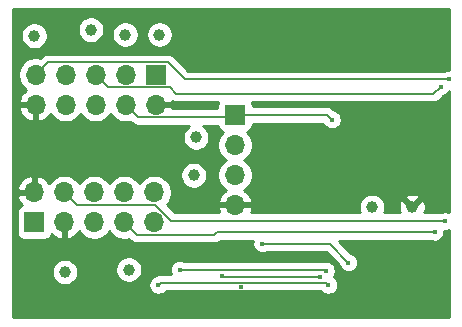
<source format=gbr>
%TF.GenerationSoftware,KiCad,Pcbnew,5.1.8-db9833491~88~ubuntu20.04.1*%
%TF.CreationDate,2021-01-09T18:38:11-05:00*%
%TF.ProjectId,v2.1_breakout,76322e31-5f62-4726-9561-6b6f75742e6b,rev?*%
%TF.SameCoordinates,Original*%
%TF.FileFunction,Copper,L2,Bot*%
%TF.FilePolarity,Positive*%
%FSLAX46Y46*%
G04 Gerber Fmt 4.6, Leading zero omitted, Abs format (unit mm)*
G04 Created by KiCad (PCBNEW 5.1.8-db9833491~88~ubuntu20.04.1) date 2021-01-09 18:38:11*
%MOMM*%
%LPD*%
G01*
G04 APERTURE LIST*
%TA.AperFunction,ComponentPad*%
%ADD10C,1.000000*%
%TD*%
%TA.AperFunction,ComponentPad*%
%ADD11O,1.700000X1.700000*%
%TD*%
%TA.AperFunction,ComponentPad*%
%ADD12R,1.700000X1.700000*%
%TD*%
%TA.AperFunction,ViaPad*%
%ADD13C,0.400000*%
%TD*%
%TA.AperFunction,Conductor*%
%ADD14C,0.203200*%
%TD*%
%TA.AperFunction,Conductor*%
%ADD15C,0.254000*%
%TD*%
%TA.AperFunction,Conductor*%
%ADD16C,0.100000*%
%TD*%
G04 APERTURE END LIST*
D10*
%TO.P,TP10,1*%
%TO.N,/C2CK*%
X52700000Y-168300000D03*
%TD*%
%TO.P,TP9,1*%
%TO.N,/TMS*%
X49500000Y-148000000D03*
%TD*%
%TO.P,TP8,1*%
%TO.N,/C2D*%
X47300000Y-168500000D03*
%TD*%
%TO.P,TP7,1*%
%TO.N,/TDI*%
X44700000Y-148500000D03*
%TD*%
%TO.P,TP6,1*%
%TO.N,/GND*%
X76700000Y-163000000D03*
%TD*%
%TO.P,TP5,1*%
%TO.N,/+3V3*%
X73300000Y-163000000D03*
%TD*%
%TO.P,TP4,1*%
%TO.N,/UART0_TX*%
X58400000Y-157100000D03*
%TD*%
%TO.P,TP3,1*%
%TO.N,/TCK*%
X55300000Y-148400000D03*
%TD*%
%TO.P,TP2,1*%
%TO.N,/UART0_RX*%
X58200000Y-160300000D03*
%TD*%
%TO.P,TP1,1*%
%TO.N,/TDO*%
X52400000Y-148400000D03*
%TD*%
D11*
%TO.P,J4,4*%
%TO.N,/GND*%
X61700000Y-162820000D03*
%TO.P,J4,3*%
%TO.N,/UART0_RX*%
X61700000Y-160280000D03*
%TO.P,J4,2*%
%TO.N,/UART0_TX*%
X61700000Y-157740000D03*
D12*
%TO.P,J4,1*%
%TO.N,/+3V3*%
X61700000Y-155200000D03*
%TD*%
D11*
%TO.P,J3,10*%
%TO.N,N/C*%
X54860000Y-161760000D03*
%TO.P,J3,9*%
%TO.N,/GND*%
X54860000Y-164300000D03*
%TO.P,J3,8*%
%TO.N,N/C*%
X52320000Y-161760000D03*
%TO.P,J3,7*%
%TO.N,/C2CK*%
X52320000Y-164300000D03*
%TO.P,J3,6*%
%TO.N,N/C*%
X49780000Y-161760000D03*
%TO.P,J3,5*%
X49780000Y-164300000D03*
%TO.P,J3,4*%
%TO.N,/C2D*%
X47240000Y-161760000D03*
%TO.P,J3,3*%
%TO.N,/GND*%
X47240000Y-164300000D03*
%TO.P,J3,2*%
X44700000Y-161760000D03*
D12*
%TO.P,J3,1*%
%TO.N,N/C*%
X44700000Y-164300000D03*
%TD*%
D11*
%TO.P,J1,10*%
%TO.N,/GND*%
X44810000Y-154340000D03*
%TO.P,J1,9*%
%TO.N,/TDI*%
X44810000Y-151800000D03*
%TO.P,J1,8*%
%TO.N,N/C*%
X47350000Y-154340000D03*
%TO.P,J1,7*%
X47350000Y-151800000D03*
%TO.P,J1,6*%
X49890000Y-154340000D03*
%TO.P,J1,5*%
%TO.N,/TMS*%
X49890000Y-151800000D03*
%TO.P,J1,4*%
%TO.N,/+3V3*%
X52430000Y-154340000D03*
%TO.P,J1,3*%
%TO.N,/TDO*%
X52430000Y-151800000D03*
%TO.P,J1,2*%
%TO.N,/GND*%
X54970000Y-154340000D03*
D12*
%TO.P,J1,1*%
%TO.N,/TCK*%
X54970000Y-151800000D03*
%TD*%
D13*
%TO.N,/GND*%
X74200000Y-155100000D03*
X75100000Y-172300000D03*
X62200000Y-169800000D03*
X69000000Y-150500000D03*
X46000000Y-158900000D03*
X58700000Y-167200000D03*
X58300000Y-148700000D03*
X68900000Y-158700000D03*
X71300000Y-162700000D03*
X74500000Y-150000000D03*
X72200000Y-157100000D03*
X72300000Y-149700000D03*
X76800000Y-156500000D03*
X61700000Y-166700000D03*
X50400000Y-168200000D03*
X55000000Y-158400000D03*
X51400000Y-158100000D03*
X58500000Y-162100000D03*
%TO.N,/TDI*%
X79800000Y-152200000D03*
%TO.N,/TMS*%
X79100000Y-152800000D03*
%TO.N,/+3V3*%
X69900000Y-155600000D03*
%TO.N,/TDO*%
X55200000Y-169600000D03*
X69600000Y-169600000D03*
%TO.N,/TCK*%
X57000000Y-168300000D03*
X69400000Y-168400000D03*
%TO.N,/C2CK*%
X78600000Y-165100000D03*
%TO.N,/C2D*%
X79496800Y-164200000D03*
%TO.N,/UART0_TX*%
X71300000Y-167700000D03*
X64000000Y-166100000D03*
%TO.N,/UART0_RX*%
X68900000Y-168900000D03*
X60600000Y-168800000D03*
%TD*%
D14*
%TO.N,/TDI*%
X45863201Y-150746799D02*
X44810000Y-151800000D01*
X55982561Y-150746799D02*
X45863201Y-150746799D01*
X57435762Y-152200000D02*
X55982561Y-150746799D01*
X79800000Y-152200000D02*
X57435762Y-152200000D01*
%TO.N,/TMS*%
X50943201Y-152853201D02*
X49890000Y-151800000D01*
X56153201Y-152853201D02*
X50943201Y-152853201D01*
X56703201Y-153403201D02*
X56153201Y-152853201D01*
X78496799Y-153403201D02*
X56703201Y-153403201D01*
X79100000Y-152800000D02*
X78496799Y-153403201D01*
%TO.N,/+3V3*%
X61506799Y-155393201D02*
X61700000Y-155200000D01*
X53483201Y-155393201D02*
X61506799Y-155393201D01*
X52430000Y-154340000D02*
X53483201Y-155393201D01*
X69500000Y-155200000D02*
X69900000Y-155600000D01*
X61700000Y-155200000D02*
X69500000Y-155200000D01*
%TO.N,/TDO*%
X69396799Y-169396799D02*
X69600000Y-169600000D01*
X55403201Y-169396799D02*
X69396799Y-169396799D01*
X55200000Y-169600000D02*
X55403201Y-169396799D01*
%TO.N,/TCK*%
X69300000Y-168300000D02*
X69400000Y-168400000D01*
X57000000Y-168300000D02*
X69300000Y-168300000D01*
%TO.N,/C2CK*%
X53373201Y-165353201D02*
X52320000Y-164300000D01*
X59950061Y-165353201D02*
X53373201Y-165353201D01*
X60203262Y-165100000D02*
X59950061Y-165353201D01*
X78600000Y-165100000D02*
X60203262Y-165100000D01*
%TO.N,/C2D*%
X48293201Y-162813201D02*
X47240000Y-161760000D01*
X54931939Y-162813201D02*
X48293201Y-162813201D01*
X56318738Y-164200000D02*
X54931939Y-162813201D01*
X79496800Y-164200000D02*
X56318738Y-164200000D01*
%TO.N,/UART0_TX*%
X69700000Y-166100000D02*
X64000000Y-166100000D01*
X71300000Y-167700000D02*
X69700000Y-166100000D01*
%TO.N,/UART0_RX*%
X60700000Y-168900000D02*
X60600000Y-168800000D01*
X68900000Y-168900000D02*
X60700000Y-168900000D01*
%TD*%
D15*
%TO.N,/GND*%
X79840001Y-151365000D02*
X79717760Y-151365000D01*
X79556440Y-151397089D01*
X79404479Y-151460033D01*
X79399440Y-151463400D01*
X57740872Y-151463400D01*
X56529006Y-150251535D01*
X56505936Y-150223424D01*
X56393774Y-150131375D01*
X56265810Y-150062977D01*
X56126960Y-150020857D01*
X56018747Y-150010199D01*
X56018744Y-150010199D01*
X55982561Y-150006635D01*
X55946378Y-150010199D01*
X45899376Y-150010199D01*
X45863200Y-150006636D01*
X45827024Y-150010199D01*
X45827015Y-150010199D01*
X45718802Y-150020857D01*
X45579952Y-150062977D01*
X45451988Y-150131375D01*
X45339826Y-150223424D01*
X45316760Y-150251530D01*
X45204009Y-150364281D01*
X44956260Y-150315000D01*
X44663740Y-150315000D01*
X44376842Y-150372068D01*
X44106589Y-150484010D01*
X43863368Y-150646525D01*
X43656525Y-150853368D01*
X43494010Y-151096589D01*
X43382068Y-151366842D01*
X43325000Y-151653740D01*
X43325000Y-151946260D01*
X43382068Y-152233158D01*
X43494010Y-152503411D01*
X43656525Y-152746632D01*
X43863368Y-152953475D01*
X44039406Y-153071100D01*
X43809731Y-153242412D01*
X43614822Y-153458645D01*
X43465843Y-153708748D01*
X43368519Y-153983109D01*
X43489186Y-154213000D01*
X44683000Y-154213000D01*
X44683000Y-154193000D01*
X44937000Y-154193000D01*
X44937000Y-154213000D01*
X44957000Y-154213000D01*
X44957000Y-154467000D01*
X44937000Y-154467000D01*
X44937000Y-155660155D01*
X45166890Y-155781476D01*
X45314099Y-155736825D01*
X45576920Y-155611641D01*
X45810269Y-155437588D01*
X46005178Y-155221355D01*
X46074805Y-155104466D01*
X46196525Y-155286632D01*
X46403368Y-155493475D01*
X46646589Y-155655990D01*
X46916842Y-155767932D01*
X47203740Y-155825000D01*
X47496260Y-155825000D01*
X47783158Y-155767932D01*
X48053411Y-155655990D01*
X48296632Y-155493475D01*
X48503475Y-155286632D01*
X48620000Y-155112240D01*
X48736525Y-155286632D01*
X48943368Y-155493475D01*
X49186589Y-155655990D01*
X49456842Y-155767932D01*
X49743740Y-155825000D01*
X50036260Y-155825000D01*
X50323158Y-155767932D01*
X50593411Y-155655990D01*
X50836632Y-155493475D01*
X51043475Y-155286632D01*
X51160000Y-155112240D01*
X51276525Y-155286632D01*
X51483368Y-155493475D01*
X51726589Y-155655990D01*
X51996842Y-155767932D01*
X52283740Y-155825000D01*
X52576260Y-155825000D01*
X52824009Y-155775719D01*
X52936760Y-155888470D01*
X52959826Y-155916576D01*
X53071988Y-156008625D01*
X53199952Y-156077023D01*
X53338802Y-156119143D01*
X53447015Y-156129801D01*
X53447024Y-156129801D01*
X53483200Y-156133364D01*
X53519376Y-156129801D01*
X57809060Y-156129801D01*
X57676480Y-156218388D01*
X57518388Y-156376480D01*
X57394176Y-156562376D01*
X57308617Y-156768933D01*
X57265000Y-156988212D01*
X57265000Y-157211788D01*
X57308617Y-157431067D01*
X57394176Y-157637624D01*
X57518388Y-157823520D01*
X57676480Y-157981612D01*
X57862376Y-158105824D01*
X58068933Y-158191383D01*
X58288212Y-158235000D01*
X58511788Y-158235000D01*
X58731067Y-158191383D01*
X58937624Y-158105824D01*
X59123520Y-157981612D01*
X59281612Y-157823520D01*
X59405824Y-157637624D01*
X59491383Y-157431067D01*
X59535000Y-157211788D01*
X59535000Y-156988212D01*
X59491383Y-156768933D01*
X59405824Y-156562376D01*
X59281612Y-156376480D01*
X59123520Y-156218388D01*
X58990940Y-156129801D01*
X60219787Y-156129801D01*
X60224188Y-156174482D01*
X60260498Y-156294180D01*
X60319463Y-156404494D01*
X60398815Y-156501185D01*
X60495506Y-156580537D01*
X60605820Y-156639502D01*
X60678380Y-156661513D01*
X60546525Y-156793368D01*
X60384010Y-157036589D01*
X60272068Y-157306842D01*
X60215000Y-157593740D01*
X60215000Y-157886260D01*
X60272068Y-158173158D01*
X60384010Y-158443411D01*
X60546525Y-158686632D01*
X60753368Y-158893475D01*
X60927760Y-159010000D01*
X60753368Y-159126525D01*
X60546525Y-159333368D01*
X60384010Y-159576589D01*
X60272068Y-159846842D01*
X60215000Y-160133740D01*
X60215000Y-160426260D01*
X60272068Y-160713158D01*
X60384010Y-160983411D01*
X60546525Y-161226632D01*
X60753368Y-161433475D01*
X60935534Y-161555195D01*
X60818645Y-161624822D01*
X60602412Y-161819731D01*
X60428359Y-162053080D01*
X60303175Y-162315901D01*
X60258524Y-162463110D01*
X60379845Y-162693000D01*
X61573000Y-162693000D01*
X61573000Y-162673000D01*
X61827000Y-162673000D01*
X61827000Y-162693000D01*
X63020155Y-162693000D01*
X63141476Y-162463110D01*
X63096825Y-162315901D01*
X62971641Y-162053080D01*
X62797588Y-161819731D01*
X62581355Y-161624822D01*
X62464466Y-161555195D01*
X62646632Y-161433475D01*
X62853475Y-161226632D01*
X63015990Y-160983411D01*
X63127932Y-160713158D01*
X63185000Y-160426260D01*
X63185000Y-160133740D01*
X63127932Y-159846842D01*
X63015990Y-159576589D01*
X62853475Y-159333368D01*
X62646632Y-159126525D01*
X62472240Y-159010000D01*
X62646632Y-158893475D01*
X62853475Y-158686632D01*
X63015990Y-158443411D01*
X63127932Y-158173158D01*
X63185000Y-157886260D01*
X63185000Y-157593740D01*
X63127932Y-157306842D01*
X63015990Y-157036589D01*
X62853475Y-156793368D01*
X62721620Y-156661513D01*
X62794180Y-156639502D01*
X62904494Y-156580537D01*
X63001185Y-156501185D01*
X63080537Y-156404494D01*
X63139502Y-156294180D01*
X63175812Y-156174482D01*
X63188072Y-156050000D01*
X63188072Y-155936600D01*
X69135627Y-155936600D01*
X69160033Y-155995521D01*
X69251413Y-156132281D01*
X69367719Y-156248587D01*
X69504479Y-156339967D01*
X69656440Y-156402911D01*
X69817760Y-156435000D01*
X69982240Y-156435000D01*
X70143560Y-156402911D01*
X70295521Y-156339967D01*
X70432281Y-156248587D01*
X70548587Y-156132281D01*
X70639967Y-155995521D01*
X70702911Y-155843560D01*
X70735000Y-155682240D01*
X70735000Y-155517760D01*
X70702911Y-155356440D01*
X70639967Y-155204479D01*
X70548587Y-155067719D01*
X70432281Y-154951413D01*
X70295521Y-154860033D01*
X70143560Y-154797089D01*
X70137615Y-154795906D01*
X70046446Y-154704737D01*
X70023375Y-154676625D01*
X69911213Y-154584576D01*
X69783249Y-154516178D01*
X69644399Y-154474058D01*
X69536186Y-154463400D01*
X69536183Y-154463400D01*
X69500000Y-154459836D01*
X69463817Y-154463400D01*
X63188072Y-154463400D01*
X63188072Y-154350000D01*
X63175812Y-154225518D01*
X63149810Y-154139801D01*
X78460616Y-154139801D01*
X78496799Y-154143365D01*
X78532982Y-154139801D01*
X78532985Y-154139801D01*
X78641198Y-154129143D01*
X78780048Y-154087023D01*
X78908012Y-154018625D01*
X79020174Y-153926576D01*
X79043244Y-153898465D01*
X79337616Y-153604093D01*
X79343560Y-153602911D01*
X79495521Y-153539967D01*
X79632281Y-153448587D01*
X79748587Y-153332281D01*
X79839967Y-153195521D01*
X79840001Y-153195440D01*
X79840000Y-163438361D01*
X79740360Y-163397089D01*
X79579040Y-163365000D01*
X79414560Y-163365000D01*
X79253240Y-163397089D01*
X79101279Y-163460033D01*
X79096240Y-163463400D01*
X77736094Y-163463400D01*
X77782458Y-163359174D01*
X77831731Y-163141095D01*
X77837511Y-162917594D01*
X77799577Y-162697260D01*
X77719387Y-162488560D01*
X77691588Y-162436550D01*
X77478166Y-162401439D01*
X76879605Y-163000000D01*
X76893748Y-163014143D01*
X76714143Y-163193748D01*
X76700000Y-163179605D01*
X76685858Y-163193748D01*
X76506253Y-163014143D01*
X76520395Y-163000000D01*
X75921834Y-162401439D01*
X75708412Y-162436550D01*
X75617542Y-162640826D01*
X75568269Y-162858905D01*
X75562489Y-163082406D01*
X75600423Y-163302740D01*
X75662154Y-163463400D01*
X74336569Y-163463400D01*
X74391383Y-163331067D01*
X74435000Y-163111788D01*
X74435000Y-162888212D01*
X74391383Y-162668933D01*
X74305824Y-162462376D01*
X74181612Y-162276480D01*
X74126966Y-162221834D01*
X76101439Y-162221834D01*
X76700000Y-162820395D01*
X77298561Y-162221834D01*
X77263450Y-162008412D01*
X77059174Y-161917542D01*
X76841095Y-161868269D01*
X76617594Y-161862489D01*
X76397260Y-161900423D01*
X76188560Y-161980613D01*
X76136550Y-162008412D01*
X76101439Y-162221834D01*
X74126966Y-162221834D01*
X74023520Y-162118388D01*
X73837624Y-161994176D01*
X73631067Y-161908617D01*
X73411788Y-161865000D01*
X73188212Y-161865000D01*
X72968933Y-161908617D01*
X72762376Y-161994176D01*
X72576480Y-162118388D01*
X72418388Y-162276480D01*
X72294176Y-162462376D01*
X72208617Y-162668933D01*
X72165000Y-162888212D01*
X72165000Y-163111788D01*
X72208617Y-163331067D01*
X72263431Y-163463400D01*
X63030475Y-163463400D01*
X63096825Y-163324099D01*
X63141476Y-163176890D01*
X63020155Y-162947000D01*
X61827000Y-162947000D01*
X61827000Y-162967000D01*
X61573000Y-162967000D01*
X61573000Y-162947000D01*
X60379845Y-162947000D01*
X60258524Y-163176890D01*
X60303175Y-163324099D01*
X60369525Y-163463400D01*
X56623848Y-163463400D01*
X55940277Y-162779830D01*
X56013475Y-162706632D01*
X56175990Y-162463411D01*
X56287932Y-162193158D01*
X56345000Y-161906260D01*
X56345000Y-161613740D01*
X56287932Y-161326842D01*
X56175990Y-161056589D01*
X56013475Y-160813368D01*
X55806632Y-160606525D01*
X55563411Y-160444010D01*
X55293158Y-160332068D01*
X55006260Y-160275000D01*
X54713740Y-160275000D01*
X54426842Y-160332068D01*
X54156589Y-160444010D01*
X53913368Y-160606525D01*
X53706525Y-160813368D01*
X53590000Y-160987760D01*
X53473475Y-160813368D01*
X53266632Y-160606525D01*
X53023411Y-160444010D01*
X52753158Y-160332068D01*
X52466260Y-160275000D01*
X52173740Y-160275000D01*
X51886842Y-160332068D01*
X51616589Y-160444010D01*
X51373368Y-160606525D01*
X51166525Y-160813368D01*
X51050000Y-160987760D01*
X50933475Y-160813368D01*
X50726632Y-160606525D01*
X50483411Y-160444010D01*
X50213158Y-160332068D01*
X49926260Y-160275000D01*
X49633740Y-160275000D01*
X49346842Y-160332068D01*
X49076589Y-160444010D01*
X48833368Y-160606525D01*
X48626525Y-160813368D01*
X48510000Y-160987760D01*
X48393475Y-160813368D01*
X48186632Y-160606525D01*
X47943411Y-160444010D01*
X47673158Y-160332068D01*
X47386260Y-160275000D01*
X47093740Y-160275000D01*
X46806842Y-160332068D01*
X46536589Y-160444010D01*
X46293368Y-160606525D01*
X46086525Y-160813368D01*
X45964805Y-160995534D01*
X45895178Y-160878645D01*
X45700269Y-160662412D01*
X45466920Y-160488359D01*
X45204099Y-160363175D01*
X45056890Y-160318524D01*
X44827000Y-160439845D01*
X44827000Y-161633000D01*
X44847000Y-161633000D01*
X44847000Y-161887000D01*
X44827000Y-161887000D01*
X44827000Y-161907000D01*
X44573000Y-161907000D01*
X44573000Y-161887000D01*
X43379186Y-161887000D01*
X43258519Y-162116891D01*
X43355843Y-162391252D01*
X43504822Y-162641355D01*
X43681626Y-162837502D01*
X43605820Y-162860498D01*
X43495506Y-162919463D01*
X43398815Y-162998815D01*
X43319463Y-163095506D01*
X43260498Y-163205820D01*
X43224188Y-163325518D01*
X43211928Y-163450000D01*
X43211928Y-165150000D01*
X43224188Y-165274482D01*
X43260498Y-165394180D01*
X43319463Y-165504494D01*
X43398815Y-165601185D01*
X43495506Y-165680537D01*
X43605820Y-165739502D01*
X43725518Y-165775812D01*
X43850000Y-165788072D01*
X45550000Y-165788072D01*
X45674482Y-165775812D01*
X45794180Y-165739502D01*
X45904494Y-165680537D01*
X46001185Y-165601185D01*
X46080537Y-165504494D01*
X46139502Y-165394180D01*
X46163966Y-165313534D01*
X46239731Y-165397588D01*
X46473080Y-165571641D01*
X46735901Y-165696825D01*
X46883110Y-165741476D01*
X47113000Y-165620155D01*
X47113000Y-164427000D01*
X47093000Y-164427000D01*
X47093000Y-164173000D01*
X47113000Y-164173000D01*
X47113000Y-164153000D01*
X47367000Y-164153000D01*
X47367000Y-164173000D01*
X47387000Y-164173000D01*
X47387000Y-164427000D01*
X47367000Y-164427000D01*
X47367000Y-165620155D01*
X47596890Y-165741476D01*
X47744099Y-165696825D01*
X48006920Y-165571641D01*
X48240269Y-165397588D01*
X48435178Y-165181355D01*
X48504805Y-165064466D01*
X48626525Y-165246632D01*
X48833368Y-165453475D01*
X49076589Y-165615990D01*
X49346842Y-165727932D01*
X49633740Y-165785000D01*
X49926260Y-165785000D01*
X50213158Y-165727932D01*
X50483411Y-165615990D01*
X50726632Y-165453475D01*
X50933475Y-165246632D01*
X51050000Y-165072240D01*
X51166525Y-165246632D01*
X51373368Y-165453475D01*
X51616589Y-165615990D01*
X51886842Y-165727932D01*
X52173740Y-165785000D01*
X52466260Y-165785000D01*
X52714009Y-165735719D01*
X52826760Y-165848470D01*
X52849826Y-165876576D01*
X52961988Y-165968625D01*
X53089952Y-166037023D01*
X53228802Y-166079143D01*
X53337015Y-166089801D01*
X53337024Y-166089801D01*
X53373200Y-166093364D01*
X53409376Y-166089801D01*
X59913878Y-166089801D01*
X59950061Y-166093365D01*
X59986244Y-166089801D01*
X59986247Y-166089801D01*
X60094460Y-166079143D01*
X60233310Y-166037023D01*
X60361274Y-165968625D01*
X60473436Y-165876576D01*
X60496507Y-165848464D01*
X60508371Y-165836600D01*
X63205307Y-165836600D01*
X63197089Y-165856440D01*
X63165000Y-166017760D01*
X63165000Y-166182240D01*
X63197089Y-166343560D01*
X63260033Y-166495521D01*
X63351413Y-166632281D01*
X63467719Y-166748587D01*
X63604479Y-166839967D01*
X63756440Y-166902911D01*
X63917760Y-166935000D01*
X64082240Y-166935000D01*
X64243560Y-166902911D01*
X64395521Y-166839967D01*
X64400560Y-166836600D01*
X69394891Y-166836600D01*
X70495907Y-167937617D01*
X70497089Y-167943560D01*
X70560033Y-168095521D01*
X70651413Y-168232281D01*
X70767719Y-168348587D01*
X70904479Y-168439967D01*
X71056440Y-168502911D01*
X71217760Y-168535000D01*
X71382240Y-168535000D01*
X71543560Y-168502911D01*
X71695521Y-168439967D01*
X71832281Y-168348587D01*
X71948587Y-168232281D01*
X72039967Y-168095521D01*
X72102911Y-167943560D01*
X72135000Y-167782240D01*
X72135000Y-167617760D01*
X72102911Y-167456440D01*
X72039967Y-167304479D01*
X71948587Y-167167719D01*
X71832281Y-167051413D01*
X71695521Y-166960033D01*
X71543560Y-166897089D01*
X71537617Y-166895907D01*
X70478309Y-165836600D01*
X78199440Y-165836600D01*
X78204479Y-165839967D01*
X78356440Y-165902911D01*
X78517760Y-165935000D01*
X78682240Y-165935000D01*
X78843560Y-165902911D01*
X78995521Y-165839967D01*
X79132281Y-165748587D01*
X79248587Y-165632281D01*
X79339967Y-165495521D01*
X79402911Y-165343560D01*
X79435000Y-165182240D01*
X79435000Y-165035000D01*
X79579040Y-165035000D01*
X79740360Y-165002911D01*
X79840000Y-164961639D01*
X79840000Y-172340000D01*
X42860000Y-172340000D01*
X42860000Y-168388212D01*
X46165000Y-168388212D01*
X46165000Y-168611788D01*
X46208617Y-168831067D01*
X46294176Y-169037624D01*
X46418388Y-169223520D01*
X46576480Y-169381612D01*
X46762376Y-169505824D01*
X46968933Y-169591383D01*
X47188212Y-169635000D01*
X47411788Y-169635000D01*
X47631067Y-169591383D01*
X47808808Y-169517760D01*
X54365000Y-169517760D01*
X54365000Y-169682240D01*
X54397089Y-169843560D01*
X54460033Y-169995521D01*
X54551413Y-170132281D01*
X54667719Y-170248587D01*
X54804479Y-170339967D01*
X54956440Y-170402911D01*
X55117760Y-170435000D01*
X55282240Y-170435000D01*
X55443560Y-170402911D01*
X55595521Y-170339967D01*
X55732281Y-170248587D01*
X55847469Y-170133399D01*
X68952531Y-170133399D01*
X69067719Y-170248587D01*
X69204479Y-170339967D01*
X69356440Y-170402911D01*
X69517760Y-170435000D01*
X69682240Y-170435000D01*
X69843560Y-170402911D01*
X69995521Y-170339967D01*
X70132281Y-170248587D01*
X70248587Y-170132281D01*
X70339967Y-169995521D01*
X70402911Y-169843560D01*
X70435000Y-169682240D01*
X70435000Y-169517760D01*
X70402911Y-169356440D01*
X70339967Y-169204479D01*
X70248587Y-169067719D01*
X70132281Y-168951413D01*
X70065582Y-168906846D01*
X70139967Y-168795521D01*
X70202911Y-168643560D01*
X70235000Y-168482240D01*
X70235000Y-168317760D01*
X70202911Y-168156440D01*
X70139967Y-168004479D01*
X70048587Y-167867719D01*
X69932281Y-167751413D01*
X69795521Y-167660033D01*
X69643560Y-167597089D01*
X69482240Y-167565000D01*
X69352431Y-167565000D01*
X69336186Y-167563400D01*
X69336183Y-167563400D01*
X69300000Y-167559836D01*
X69263817Y-167563400D01*
X57400560Y-167563400D01*
X57395521Y-167560033D01*
X57243560Y-167497089D01*
X57082240Y-167465000D01*
X56917760Y-167465000D01*
X56756440Y-167497089D01*
X56604479Y-167560033D01*
X56467719Y-167651413D01*
X56351413Y-167767719D01*
X56260033Y-167904479D01*
X56197089Y-168056440D01*
X56165000Y-168217760D01*
X56165000Y-168382240D01*
X56197089Y-168543560D01*
X56245402Y-168660199D01*
X55439387Y-168660199D01*
X55403201Y-168656635D01*
X55367015Y-168660199D01*
X55258802Y-168670857D01*
X55119952Y-168712977D01*
X54991988Y-168781375D01*
X54978087Y-168792783D01*
X54956440Y-168797089D01*
X54804479Y-168860033D01*
X54667719Y-168951413D01*
X54551413Y-169067719D01*
X54460033Y-169204479D01*
X54397089Y-169356440D01*
X54365000Y-169517760D01*
X47808808Y-169517760D01*
X47837624Y-169505824D01*
X48023520Y-169381612D01*
X48181612Y-169223520D01*
X48305824Y-169037624D01*
X48391383Y-168831067D01*
X48435000Y-168611788D01*
X48435000Y-168388212D01*
X48395218Y-168188212D01*
X51565000Y-168188212D01*
X51565000Y-168411788D01*
X51608617Y-168631067D01*
X51694176Y-168837624D01*
X51818388Y-169023520D01*
X51976480Y-169181612D01*
X52162376Y-169305824D01*
X52368933Y-169391383D01*
X52588212Y-169435000D01*
X52811788Y-169435000D01*
X53031067Y-169391383D01*
X53237624Y-169305824D01*
X53423520Y-169181612D01*
X53581612Y-169023520D01*
X53705824Y-168837624D01*
X53791383Y-168631067D01*
X53835000Y-168411788D01*
X53835000Y-168188212D01*
X53791383Y-167968933D01*
X53705824Y-167762376D01*
X53581612Y-167576480D01*
X53423520Y-167418388D01*
X53237624Y-167294176D01*
X53031067Y-167208617D01*
X52811788Y-167165000D01*
X52588212Y-167165000D01*
X52368933Y-167208617D01*
X52162376Y-167294176D01*
X51976480Y-167418388D01*
X51818388Y-167576480D01*
X51694176Y-167762376D01*
X51608617Y-167968933D01*
X51565000Y-168188212D01*
X48395218Y-168188212D01*
X48391383Y-168168933D01*
X48305824Y-167962376D01*
X48181612Y-167776480D01*
X48023520Y-167618388D01*
X47837624Y-167494176D01*
X47631067Y-167408617D01*
X47411788Y-167365000D01*
X47188212Y-167365000D01*
X46968933Y-167408617D01*
X46762376Y-167494176D01*
X46576480Y-167618388D01*
X46418388Y-167776480D01*
X46294176Y-167962376D01*
X46208617Y-168168933D01*
X46165000Y-168388212D01*
X42860000Y-168388212D01*
X42860000Y-161403109D01*
X43258519Y-161403109D01*
X43379186Y-161633000D01*
X44573000Y-161633000D01*
X44573000Y-160439845D01*
X44343110Y-160318524D01*
X44195901Y-160363175D01*
X43933080Y-160488359D01*
X43699731Y-160662412D01*
X43504822Y-160878645D01*
X43355843Y-161128748D01*
X43258519Y-161403109D01*
X42860000Y-161403109D01*
X42860000Y-160188212D01*
X57065000Y-160188212D01*
X57065000Y-160411788D01*
X57108617Y-160631067D01*
X57194176Y-160837624D01*
X57318388Y-161023520D01*
X57476480Y-161181612D01*
X57662376Y-161305824D01*
X57868933Y-161391383D01*
X58088212Y-161435000D01*
X58311788Y-161435000D01*
X58531067Y-161391383D01*
X58737624Y-161305824D01*
X58923520Y-161181612D01*
X59081612Y-161023520D01*
X59205824Y-160837624D01*
X59291383Y-160631067D01*
X59335000Y-160411788D01*
X59335000Y-160188212D01*
X59291383Y-159968933D01*
X59205824Y-159762376D01*
X59081612Y-159576480D01*
X58923520Y-159418388D01*
X58737624Y-159294176D01*
X58531067Y-159208617D01*
X58311788Y-159165000D01*
X58088212Y-159165000D01*
X57868933Y-159208617D01*
X57662376Y-159294176D01*
X57476480Y-159418388D01*
X57318388Y-159576480D01*
X57194176Y-159762376D01*
X57108617Y-159968933D01*
X57065000Y-160188212D01*
X42860000Y-160188212D01*
X42860000Y-154696891D01*
X43368519Y-154696891D01*
X43465843Y-154971252D01*
X43614822Y-155221355D01*
X43809731Y-155437588D01*
X44043080Y-155611641D01*
X44305901Y-155736825D01*
X44453110Y-155781476D01*
X44683000Y-155660155D01*
X44683000Y-154467000D01*
X43489186Y-154467000D01*
X43368519Y-154696891D01*
X42860000Y-154696891D01*
X42860000Y-148388212D01*
X43565000Y-148388212D01*
X43565000Y-148611788D01*
X43608617Y-148831067D01*
X43694176Y-149037624D01*
X43818388Y-149223520D01*
X43976480Y-149381612D01*
X44162376Y-149505824D01*
X44368933Y-149591383D01*
X44588212Y-149635000D01*
X44811788Y-149635000D01*
X45031067Y-149591383D01*
X45237624Y-149505824D01*
X45423520Y-149381612D01*
X45581612Y-149223520D01*
X45705824Y-149037624D01*
X45791383Y-148831067D01*
X45835000Y-148611788D01*
X45835000Y-148388212D01*
X45791383Y-148168933D01*
X45705824Y-147962376D01*
X45656270Y-147888212D01*
X48365000Y-147888212D01*
X48365000Y-148111788D01*
X48408617Y-148331067D01*
X48494176Y-148537624D01*
X48618388Y-148723520D01*
X48776480Y-148881612D01*
X48962376Y-149005824D01*
X49168933Y-149091383D01*
X49388212Y-149135000D01*
X49611788Y-149135000D01*
X49831067Y-149091383D01*
X50037624Y-149005824D01*
X50223520Y-148881612D01*
X50381612Y-148723520D01*
X50505824Y-148537624D01*
X50591383Y-148331067D01*
X50599907Y-148288212D01*
X51265000Y-148288212D01*
X51265000Y-148511788D01*
X51308617Y-148731067D01*
X51394176Y-148937624D01*
X51518388Y-149123520D01*
X51676480Y-149281612D01*
X51862376Y-149405824D01*
X52068933Y-149491383D01*
X52288212Y-149535000D01*
X52511788Y-149535000D01*
X52731067Y-149491383D01*
X52937624Y-149405824D01*
X53123520Y-149281612D01*
X53281612Y-149123520D01*
X53405824Y-148937624D01*
X53491383Y-148731067D01*
X53535000Y-148511788D01*
X53535000Y-148288212D01*
X54165000Y-148288212D01*
X54165000Y-148511788D01*
X54208617Y-148731067D01*
X54294176Y-148937624D01*
X54418388Y-149123520D01*
X54576480Y-149281612D01*
X54762376Y-149405824D01*
X54968933Y-149491383D01*
X55188212Y-149535000D01*
X55411788Y-149535000D01*
X55631067Y-149491383D01*
X55837624Y-149405824D01*
X56023520Y-149281612D01*
X56181612Y-149123520D01*
X56305824Y-148937624D01*
X56391383Y-148731067D01*
X56435000Y-148511788D01*
X56435000Y-148288212D01*
X56391383Y-148068933D01*
X56305824Y-147862376D01*
X56181612Y-147676480D01*
X56023520Y-147518388D01*
X55837624Y-147394176D01*
X55631067Y-147308617D01*
X55411788Y-147265000D01*
X55188212Y-147265000D01*
X54968933Y-147308617D01*
X54762376Y-147394176D01*
X54576480Y-147518388D01*
X54418388Y-147676480D01*
X54294176Y-147862376D01*
X54208617Y-148068933D01*
X54165000Y-148288212D01*
X53535000Y-148288212D01*
X53491383Y-148068933D01*
X53405824Y-147862376D01*
X53281612Y-147676480D01*
X53123520Y-147518388D01*
X52937624Y-147394176D01*
X52731067Y-147308617D01*
X52511788Y-147265000D01*
X52288212Y-147265000D01*
X52068933Y-147308617D01*
X51862376Y-147394176D01*
X51676480Y-147518388D01*
X51518388Y-147676480D01*
X51394176Y-147862376D01*
X51308617Y-148068933D01*
X51265000Y-148288212D01*
X50599907Y-148288212D01*
X50635000Y-148111788D01*
X50635000Y-147888212D01*
X50591383Y-147668933D01*
X50505824Y-147462376D01*
X50381612Y-147276480D01*
X50223520Y-147118388D01*
X50037624Y-146994176D01*
X49831067Y-146908617D01*
X49611788Y-146865000D01*
X49388212Y-146865000D01*
X49168933Y-146908617D01*
X48962376Y-146994176D01*
X48776480Y-147118388D01*
X48618388Y-147276480D01*
X48494176Y-147462376D01*
X48408617Y-147668933D01*
X48365000Y-147888212D01*
X45656270Y-147888212D01*
X45581612Y-147776480D01*
X45423520Y-147618388D01*
X45237624Y-147494176D01*
X45031067Y-147408617D01*
X44811788Y-147365000D01*
X44588212Y-147365000D01*
X44368933Y-147408617D01*
X44162376Y-147494176D01*
X43976480Y-147618388D01*
X43818388Y-147776480D01*
X43694176Y-147962376D01*
X43608617Y-148168933D01*
X43565000Y-148388212D01*
X42860000Y-148388212D01*
X42860000Y-146260000D01*
X79840001Y-146260000D01*
X79840001Y-151365000D01*
%TA.AperFunction,Conductor*%
D16*
G36*
X79840001Y-151365000D02*
G01*
X79717760Y-151365000D01*
X79556440Y-151397089D01*
X79404479Y-151460033D01*
X79399440Y-151463400D01*
X57740872Y-151463400D01*
X56529006Y-150251535D01*
X56505936Y-150223424D01*
X56393774Y-150131375D01*
X56265810Y-150062977D01*
X56126960Y-150020857D01*
X56018747Y-150010199D01*
X56018744Y-150010199D01*
X55982561Y-150006635D01*
X55946378Y-150010199D01*
X45899376Y-150010199D01*
X45863200Y-150006636D01*
X45827024Y-150010199D01*
X45827015Y-150010199D01*
X45718802Y-150020857D01*
X45579952Y-150062977D01*
X45451988Y-150131375D01*
X45339826Y-150223424D01*
X45316760Y-150251530D01*
X45204009Y-150364281D01*
X44956260Y-150315000D01*
X44663740Y-150315000D01*
X44376842Y-150372068D01*
X44106589Y-150484010D01*
X43863368Y-150646525D01*
X43656525Y-150853368D01*
X43494010Y-151096589D01*
X43382068Y-151366842D01*
X43325000Y-151653740D01*
X43325000Y-151946260D01*
X43382068Y-152233158D01*
X43494010Y-152503411D01*
X43656525Y-152746632D01*
X43863368Y-152953475D01*
X44039406Y-153071100D01*
X43809731Y-153242412D01*
X43614822Y-153458645D01*
X43465843Y-153708748D01*
X43368519Y-153983109D01*
X43489186Y-154213000D01*
X44683000Y-154213000D01*
X44683000Y-154193000D01*
X44937000Y-154193000D01*
X44937000Y-154213000D01*
X44957000Y-154213000D01*
X44957000Y-154467000D01*
X44937000Y-154467000D01*
X44937000Y-155660155D01*
X45166890Y-155781476D01*
X45314099Y-155736825D01*
X45576920Y-155611641D01*
X45810269Y-155437588D01*
X46005178Y-155221355D01*
X46074805Y-155104466D01*
X46196525Y-155286632D01*
X46403368Y-155493475D01*
X46646589Y-155655990D01*
X46916842Y-155767932D01*
X47203740Y-155825000D01*
X47496260Y-155825000D01*
X47783158Y-155767932D01*
X48053411Y-155655990D01*
X48296632Y-155493475D01*
X48503475Y-155286632D01*
X48620000Y-155112240D01*
X48736525Y-155286632D01*
X48943368Y-155493475D01*
X49186589Y-155655990D01*
X49456842Y-155767932D01*
X49743740Y-155825000D01*
X50036260Y-155825000D01*
X50323158Y-155767932D01*
X50593411Y-155655990D01*
X50836632Y-155493475D01*
X51043475Y-155286632D01*
X51160000Y-155112240D01*
X51276525Y-155286632D01*
X51483368Y-155493475D01*
X51726589Y-155655990D01*
X51996842Y-155767932D01*
X52283740Y-155825000D01*
X52576260Y-155825000D01*
X52824009Y-155775719D01*
X52936760Y-155888470D01*
X52959826Y-155916576D01*
X53071988Y-156008625D01*
X53199952Y-156077023D01*
X53338802Y-156119143D01*
X53447015Y-156129801D01*
X53447024Y-156129801D01*
X53483200Y-156133364D01*
X53519376Y-156129801D01*
X57809060Y-156129801D01*
X57676480Y-156218388D01*
X57518388Y-156376480D01*
X57394176Y-156562376D01*
X57308617Y-156768933D01*
X57265000Y-156988212D01*
X57265000Y-157211788D01*
X57308617Y-157431067D01*
X57394176Y-157637624D01*
X57518388Y-157823520D01*
X57676480Y-157981612D01*
X57862376Y-158105824D01*
X58068933Y-158191383D01*
X58288212Y-158235000D01*
X58511788Y-158235000D01*
X58731067Y-158191383D01*
X58937624Y-158105824D01*
X59123520Y-157981612D01*
X59281612Y-157823520D01*
X59405824Y-157637624D01*
X59491383Y-157431067D01*
X59535000Y-157211788D01*
X59535000Y-156988212D01*
X59491383Y-156768933D01*
X59405824Y-156562376D01*
X59281612Y-156376480D01*
X59123520Y-156218388D01*
X58990940Y-156129801D01*
X60219787Y-156129801D01*
X60224188Y-156174482D01*
X60260498Y-156294180D01*
X60319463Y-156404494D01*
X60398815Y-156501185D01*
X60495506Y-156580537D01*
X60605820Y-156639502D01*
X60678380Y-156661513D01*
X60546525Y-156793368D01*
X60384010Y-157036589D01*
X60272068Y-157306842D01*
X60215000Y-157593740D01*
X60215000Y-157886260D01*
X60272068Y-158173158D01*
X60384010Y-158443411D01*
X60546525Y-158686632D01*
X60753368Y-158893475D01*
X60927760Y-159010000D01*
X60753368Y-159126525D01*
X60546525Y-159333368D01*
X60384010Y-159576589D01*
X60272068Y-159846842D01*
X60215000Y-160133740D01*
X60215000Y-160426260D01*
X60272068Y-160713158D01*
X60384010Y-160983411D01*
X60546525Y-161226632D01*
X60753368Y-161433475D01*
X60935534Y-161555195D01*
X60818645Y-161624822D01*
X60602412Y-161819731D01*
X60428359Y-162053080D01*
X60303175Y-162315901D01*
X60258524Y-162463110D01*
X60379845Y-162693000D01*
X61573000Y-162693000D01*
X61573000Y-162673000D01*
X61827000Y-162673000D01*
X61827000Y-162693000D01*
X63020155Y-162693000D01*
X63141476Y-162463110D01*
X63096825Y-162315901D01*
X62971641Y-162053080D01*
X62797588Y-161819731D01*
X62581355Y-161624822D01*
X62464466Y-161555195D01*
X62646632Y-161433475D01*
X62853475Y-161226632D01*
X63015990Y-160983411D01*
X63127932Y-160713158D01*
X63185000Y-160426260D01*
X63185000Y-160133740D01*
X63127932Y-159846842D01*
X63015990Y-159576589D01*
X62853475Y-159333368D01*
X62646632Y-159126525D01*
X62472240Y-159010000D01*
X62646632Y-158893475D01*
X62853475Y-158686632D01*
X63015990Y-158443411D01*
X63127932Y-158173158D01*
X63185000Y-157886260D01*
X63185000Y-157593740D01*
X63127932Y-157306842D01*
X63015990Y-157036589D01*
X62853475Y-156793368D01*
X62721620Y-156661513D01*
X62794180Y-156639502D01*
X62904494Y-156580537D01*
X63001185Y-156501185D01*
X63080537Y-156404494D01*
X63139502Y-156294180D01*
X63175812Y-156174482D01*
X63188072Y-156050000D01*
X63188072Y-155936600D01*
X69135627Y-155936600D01*
X69160033Y-155995521D01*
X69251413Y-156132281D01*
X69367719Y-156248587D01*
X69504479Y-156339967D01*
X69656440Y-156402911D01*
X69817760Y-156435000D01*
X69982240Y-156435000D01*
X70143560Y-156402911D01*
X70295521Y-156339967D01*
X70432281Y-156248587D01*
X70548587Y-156132281D01*
X70639967Y-155995521D01*
X70702911Y-155843560D01*
X70735000Y-155682240D01*
X70735000Y-155517760D01*
X70702911Y-155356440D01*
X70639967Y-155204479D01*
X70548587Y-155067719D01*
X70432281Y-154951413D01*
X70295521Y-154860033D01*
X70143560Y-154797089D01*
X70137615Y-154795906D01*
X70046446Y-154704737D01*
X70023375Y-154676625D01*
X69911213Y-154584576D01*
X69783249Y-154516178D01*
X69644399Y-154474058D01*
X69536186Y-154463400D01*
X69536183Y-154463400D01*
X69500000Y-154459836D01*
X69463817Y-154463400D01*
X63188072Y-154463400D01*
X63188072Y-154350000D01*
X63175812Y-154225518D01*
X63149810Y-154139801D01*
X78460616Y-154139801D01*
X78496799Y-154143365D01*
X78532982Y-154139801D01*
X78532985Y-154139801D01*
X78641198Y-154129143D01*
X78780048Y-154087023D01*
X78908012Y-154018625D01*
X79020174Y-153926576D01*
X79043244Y-153898465D01*
X79337616Y-153604093D01*
X79343560Y-153602911D01*
X79495521Y-153539967D01*
X79632281Y-153448587D01*
X79748587Y-153332281D01*
X79839967Y-153195521D01*
X79840001Y-153195440D01*
X79840000Y-163438361D01*
X79740360Y-163397089D01*
X79579040Y-163365000D01*
X79414560Y-163365000D01*
X79253240Y-163397089D01*
X79101279Y-163460033D01*
X79096240Y-163463400D01*
X77736094Y-163463400D01*
X77782458Y-163359174D01*
X77831731Y-163141095D01*
X77837511Y-162917594D01*
X77799577Y-162697260D01*
X77719387Y-162488560D01*
X77691588Y-162436550D01*
X77478166Y-162401439D01*
X76879605Y-163000000D01*
X76893748Y-163014143D01*
X76714143Y-163193748D01*
X76700000Y-163179605D01*
X76685858Y-163193748D01*
X76506253Y-163014143D01*
X76520395Y-163000000D01*
X75921834Y-162401439D01*
X75708412Y-162436550D01*
X75617542Y-162640826D01*
X75568269Y-162858905D01*
X75562489Y-163082406D01*
X75600423Y-163302740D01*
X75662154Y-163463400D01*
X74336569Y-163463400D01*
X74391383Y-163331067D01*
X74435000Y-163111788D01*
X74435000Y-162888212D01*
X74391383Y-162668933D01*
X74305824Y-162462376D01*
X74181612Y-162276480D01*
X74126966Y-162221834D01*
X76101439Y-162221834D01*
X76700000Y-162820395D01*
X77298561Y-162221834D01*
X77263450Y-162008412D01*
X77059174Y-161917542D01*
X76841095Y-161868269D01*
X76617594Y-161862489D01*
X76397260Y-161900423D01*
X76188560Y-161980613D01*
X76136550Y-162008412D01*
X76101439Y-162221834D01*
X74126966Y-162221834D01*
X74023520Y-162118388D01*
X73837624Y-161994176D01*
X73631067Y-161908617D01*
X73411788Y-161865000D01*
X73188212Y-161865000D01*
X72968933Y-161908617D01*
X72762376Y-161994176D01*
X72576480Y-162118388D01*
X72418388Y-162276480D01*
X72294176Y-162462376D01*
X72208617Y-162668933D01*
X72165000Y-162888212D01*
X72165000Y-163111788D01*
X72208617Y-163331067D01*
X72263431Y-163463400D01*
X63030475Y-163463400D01*
X63096825Y-163324099D01*
X63141476Y-163176890D01*
X63020155Y-162947000D01*
X61827000Y-162947000D01*
X61827000Y-162967000D01*
X61573000Y-162967000D01*
X61573000Y-162947000D01*
X60379845Y-162947000D01*
X60258524Y-163176890D01*
X60303175Y-163324099D01*
X60369525Y-163463400D01*
X56623848Y-163463400D01*
X55940277Y-162779830D01*
X56013475Y-162706632D01*
X56175990Y-162463411D01*
X56287932Y-162193158D01*
X56345000Y-161906260D01*
X56345000Y-161613740D01*
X56287932Y-161326842D01*
X56175990Y-161056589D01*
X56013475Y-160813368D01*
X55806632Y-160606525D01*
X55563411Y-160444010D01*
X55293158Y-160332068D01*
X55006260Y-160275000D01*
X54713740Y-160275000D01*
X54426842Y-160332068D01*
X54156589Y-160444010D01*
X53913368Y-160606525D01*
X53706525Y-160813368D01*
X53590000Y-160987760D01*
X53473475Y-160813368D01*
X53266632Y-160606525D01*
X53023411Y-160444010D01*
X52753158Y-160332068D01*
X52466260Y-160275000D01*
X52173740Y-160275000D01*
X51886842Y-160332068D01*
X51616589Y-160444010D01*
X51373368Y-160606525D01*
X51166525Y-160813368D01*
X51050000Y-160987760D01*
X50933475Y-160813368D01*
X50726632Y-160606525D01*
X50483411Y-160444010D01*
X50213158Y-160332068D01*
X49926260Y-160275000D01*
X49633740Y-160275000D01*
X49346842Y-160332068D01*
X49076589Y-160444010D01*
X48833368Y-160606525D01*
X48626525Y-160813368D01*
X48510000Y-160987760D01*
X48393475Y-160813368D01*
X48186632Y-160606525D01*
X47943411Y-160444010D01*
X47673158Y-160332068D01*
X47386260Y-160275000D01*
X47093740Y-160275000D01*
X46806842Y-160332068D01*
X46536589Y-160444010D01*
X46293368Y-160606525D01*
X46086525Y-160813368D01*
X45964805Y-160995534D01*
X45895178Y-160878645D01*
X45700269Y-160662412D01*
X45466920Y-160488359D01*
X45204099Y-160363175D01*
X45056890Y-160318524D01*
X44827000Y-160439845D01*
X44827000Y-161633000D01*
X44847000Y-161633000D01*
X44847000Y-161887000D01*
X44827000Y-161887000D01*
X44827000Y-161907000D01*
X44573000Y-161907000D01*
X44573000Y-161887000D01*
X43379186Y-161887000D01*
X43258519Y-162116891D01*
X43355843Y-162391252D01*
X43504822Y-162641355D01*
X43681626Y-162837502D01*
X43605820Y-162860498D01*
X43495506Y-162919463D01*
X43398815Y-162998815D01*
X43319463Y-163095506D01*
X43260498Y-163205820D01*
X43224188Y-163325518D01*
X43211928Y-163450000D01*
X43211928Y-165150000D01*
X43224188Y-165274482D01*
X43260498Y-165394180D01*
X43319463Y-165504494D01*
X43398815Y-165601185D01*
X43495506Y-165680537D01*
X43605820Y-165739502D01*
X43725518Y-165775812D01*
X43850000Y-165788072D01*
X45550000Y-165788072D01*
X45674482Y-165775812D01*
X45794180Y-165739502D01*
X45904494Y-165680537D01*
X46001185Y-165601185D01*
X46080537Y-165504494D01*
X46139502Y-165394180D01*
X46163966Y-165313534D01*
X46239731Y-165397588D01*
X46473080Y-165571641D01*
X46735901Y-165696825D01*
X46883110Y-165741476D01*
X47113000Y-165620155D01*
X47113000Y-164427000D01*
X47093000Y-164427000D01*
X47093000Y-164173000D01*
X47113000Y-164173000D01*
X47113000Y-164153000D01*
X47367000Y-164153000D01*
X47367000Y-164173000D01*
X47387000Y-164173000D01*
X47387000Y-164427000D01*
X47367000Y-164427000D01*
X47367000Y-165620155D01*
X47596890Y-165741476D01*
X47744099Y-165696825D01*
X48006920Y-165571641D01*
X48240269Y-165397588D01*
X48435178Y-165181355D01*
X48504805Y-165064466D01*
X48626525Y-165246632D01*
X48833368Y-165453475D01*
X49076589Y-165615990D01*
X49346842Y-165727932D01*
X49633740Y-165785000D01*
X49926260Y-165785000D01*
X50213158Y-165727932D01*
X50483411Y-165615990D01*
X50726632Y-165453475D01*
X50933475Y-165246632D01*
X51050000Y-165072240D01*
X51166525Y-165246632D01*
X51373368Y-165453475D01*
X51616589Y-165615990D01*
X51886842Y-165727932D01*
X52173740Y-165785000D01*
X52466260Y-165785000D01*
X52714009Y-165735719D01*
X52826760Y-165848470D01*
X52849826Y-165876576D01*
X52961988Y-165968625D01*
X53089952Y-166037023D01*
X53228802Y-166079143D01*
X53337015Y-166089801D01*
X53337024Y-166089801D01*
X53373200Y-166093364D01*
X53409376Y-166089801D01*
X59913878Y-166089801D01*
X59950061Y-166093365D01*
X59986244Y-166089801D01*
X59986247Y-166089801D01*
X60094460Y-166079143D01*
X60233310Y-166037023D01*
X60361274Y-165968625D01*
X60473436Y-165876576D01*
X60496507Y-165848464D01*
X60508371Y-165836600D01*
X63205307Y-165836600D01*
X63197089Y-165856440D01*
X63165000Y-166017760D01*
X63165000Y-166182240D01*
X63197089Y-166343560D01*
X63260033Y-166495521D01*
X63351413Y-166632281D01*
X63467719Y-166748587D01*
X63604479Y-166839967D01*
X63756440Y-166902911D01*
X63917760Y-166935000D01*
X64082240Y-166935000D01*
X64243560Y-166902911D01*
X64395521Y-166839967D01*
X64400560Y-166836600D01*
X69394891Y-166836600D01*
X70495907Y-167937617D01*
X70497089Y-167943560D01*
X70560033Y-168095521D01*
X70651413Y-168232281D01*
X70767719Y-168348587D01*
X70904479Y-168439967D01*
X71056440Y-168502911D01*
X71217760Y-168535000D01*
X71382240Y-168535000D01*
X71543560Y-168502911D01*
X71695521Y-168439967D01*
X71832281Y-168348587D01*
X71948587Y-168232281D01*
X72039967Y-168095521D01*
X72102911Y-167943560D01*
X72135000Y-167782240D01*
X72135000Y-167617760D01*
X72102911Y-167456440D01*
X72039967Y-167304479D01*
X71948587Y-167167719D01*
X71832281Y-167051413D01*
X71695521Y-166960033D01*
X71543560Y-166897089D01*
X71537617Y-166895907D01*
X70478309Y-165836600D01*
X78199440Y-165836600D01*
X78204479Y-165839967D01*
X78356440Y-165902911D01*
X78517760Y-165935000D01*
X78682240Y-165935000D01*
X78843560Y-165902911D01*
X78995521Y-165839967D01*
X79132281Y-165748587D01*
X79248587Y-165632281D01*
X79339967Y-165495521D01*
X79402911Y-165343560D01*
X79435000Y-165182240D01*
X79435000Y-165035000D01*
X79579040Y-165035000D01*
X79740360Y-165002911D01*
X79840000Y-164961639D01*
X79840000Y-172340000D01*
X42860000Y-172340000D01*
X42860000Y-168388212D01*
X46165000Y-168388212D01*
X46165000Y-168611788D01*
X46208617Y-168831067D01*
X46294176Y-169037624D01*
X46418388Y-169223520D01*
X46576480Y-169381612D01*
X46762376Y-169505824D01*
X46968933Y-169591383D01*
X47188212Y-169635000D01*
X47411788Y-169635000D01*
X47631067Y-169591383D01*
X47808808Y-169517760D01*
X54365000Y-169517760D01*
X54365000Y-169682240D01*
X54397089Y-169843560D01*
X54460033Y-169995521D01*
X54551413Y-170132281D01*
X54667719Y-170248587D01*
X54804479Y-170339967D01*
X54956440Y-170402911D01*
X55117760Y-170435000D01*
X55282240Y-170435000D01*
X55443560Y-170402911D01*
X55595521Y-170339967D01*
X55732281Y-170248587D01*
X55847469Y-170133399D01*
X68952531Y-170133399D01*
X69067719Y-170248587D01*
X69204479Y-170339967D01*
X69356440Y-170402911D01*
X69517760Y-170435000D01*
X69682240Y-170435000D01*
X69843560Y-170402911D01*
X69995521Y-170339967D01*
X70132281Y-170248587D01*
X70248587Y-170132281D01*
X70339967Y-169995521D01*
X70402911Y-169843560D01*
X70435000Y-169682240D01*
X70435000Y-169517760D01*
X70402911Y-169356440D01*
X70339967Y-169204479D01*
X70248587Y-169067719D01*
X70132281Y-168951413D01*
X70065582Y-168906846D01*
X70139967Y-168795521D01*
X70202911Y-168643560D01*
X70235000Y-168482240D01*
X70235000Y-168317760D01*
X70202911Y-168156440D01*
X70139967Y-168004479D01*
X70048587Y-167867719D01*
X69932281Y-167751413D01*
X69795521Y-167660033D01*
X69643560Y-167597089D01*
X69482240Y-167565000D01*
X69352431Y-167565000D01*
X69336186Y-167563400D01*
X69336183Y-167563400D01*
X69300000Y-167559836D01*
X69263817Y-167563400D01*
X57400560Y-167563400D01*
X57395521Y-167560033D01*
X57243560Y-167497089D01*
X57082240Y-167465000D01*
X56917760Y-167465000D01*
X56756440Y-167497089D01*
X56604479Y-167560033D01*
X56467719Y-167651413D01*
X56351413Y-167767719D01*
X56260033Y-167904479D01*
X56197089Y-168056440D01*
X56165000Y-168217760D01*
X56165000Y-168382240D01*
X56197089Y-168543560D01*
X56245402Y-168660199D01*
X55439387Y-168660199D01*
X55403201Y-168656635D01*
X55367015Y-168660199D01*
X55258802Y-168670857D01*
X55119952Y-168712977D01*
X54991988Y-168781375D01*
X54978087Y-168792783D01*
X54956440Y-168797089D01*
X54804479Y-168860033D01*
X54667719Y-168951413D01*
X54551413Y-169067719D01*
X54460033Y-169204479D01*
X54397089Y-169356440D01*
X54365000Y-169517760D01*
X47808808Y-169517760D01*
X47837624Y-169505824D01*
X48023520Y-169381612D01*
X48181612Y-169223520D01*
X48305824Y-169037624D01*
X48391383Y-168831067D01*
X48435000Y-168611788D01*
X48435000Y-168388212D01*
X48395218Y-168188212D01*
X51565000Y-168188212D01*
X51565000Y-168411788D01*
X51608617Y-168631067D01*
X51694176Y-168837624D01*
X51818388Y-169023520D01*
X51976480Y-169181612D01*
X52162376Y-169305824D01*
X52368933Y-169391383D01*
X52588212Y-169435000D01*
X52811788Y-169435000D01*
X53031067Y-169391383D01*
X53237624Y-169305824D01*
X53423520Y-169181612D01*
X53581612Y-169023520D01*
X53705824Y-168837624D01*
X53791383Y-168631067D01*
X53835000Y-168411788D01*
X53835000Y-168188212D01*
X53791383Y-167968933D01*
X53705824Y-167762376D01*
X53581612Y-167576480D01*
X53423520Y-167418388D01*
X53237624Y-167294176D01*
X53031067Y-167208617D01*
X52811788Y-167165000D01*
X52588212Y-167165000D01*
X52368933Y-167208617D01*
X52162376Y-167294176D01*
X51976480Y-167418388D01*
X51818388Y-167576480D01*
X51694176Y-167762376D01*
X51608617Y-167968933D01*
X51565000Y-168188212D01*
X48395218Y-168188212D01*
X48391383Y-168168933D01*
X48305824Y-167962376D01*
X48181612Y-167776480D01*
X48023520Y-167618388D01*
X47837624Y-167494176D01*
X47631067Y-167408617D01*
X47411788Y-167365000D01*
X47188212Y-167365000D01*
X46968933Y-167408617D01*
X46762376Y-167494176D01*
X46576480Y-167618388D01*
X46418388Y-167776480D01*
X46294176Y-167962376D01*
X46208617Y-168168933D01*
X46165000Y-168388212D01*
X42860000Y-168388212D01*
X42860000Y-161403109D01*
X43258519Y-161403109D01*
X43379186Y-161633000D01*
X44573000Y-161633000D01*
X44573000Y-160439845D01*
X44343110Y-160318524D01*
X44195901Y-160363175D01*
X43933080Y-160488359D01*
X43699731Y-160662412D01*
X43504822Y-160878645D01*
X43355843Y-161128748D01*
X43258519Y-161403109D01*
X42860000Y-161403109D01*
X42860000Y-160188212D01*
X57065000Y-160188212D01*
X57065000Y-160411788D01*
X57108617Y-160631067D01*
X57194176Y-160837624D01*
X57318388Y-161023520D01*
X57476480Y-161181612D01*
X57662376Y-161305824D01*
X57868933Y-161391383D01*
X58088212Y-161435000D01*
X58311788Y-161435000D01*
X58531067Y-161391383D01*
X58737624Y-161305824D01*
X58923520Y-161181612D01*
X59081612Y-161023520D01*
X59205824Y-160837624D01*
X59291383Y-160631067D01*
X59335000Y-160411788D01*
X59335000Y-160188212D01*
X59291383Y-159968933D01*
X59205824Y-159762376D01*
X59081612Y-159576480D01*
X58923520Y-159418388D01*
X58737624Y-159294176D01*
X58531067Y-159208617D01*
X58311788Y-159165000D01*
X58088212Y-159165000D01*
X57868933Y-159208617D01*
X57662376Y-159294176D01*
X57476480Y-159418388D01*
X57318388Y-159576480D01*
X57194176Y-159762376D01*
X57108617Y-159968933D01*
X57065000Y-160188212D01*
X42860000Y-160188212D01*
X42860000Y-154696891D01*
X43368519Y-154696891D01*
X43465843Y-154971252D01*
X43614822Y-155221355D01*
X43809731Y-155437588D01*
X44043080Y-155611641D01*
X44305901Y-155736825D01*
X44453110Y-155781476D01*
X44683000Y-155660155D01*
X44683000Y-154467000D01*
X43489186Y-154467000D01*
X43368519Y-154696891D01*
X42860000Y-154696891D01*
X42860000Y-148388212D01*
X43565000Y-148388212D01*
X43565000Y-148611788D01*
X43608617Y-148831067D01*
X43694176Y-149037624D01*
X43818388Y-149223520D01*
X43976480Y-149381612D01*
X44162376Y-149505824D01*
X44368933Y-149591383D01*
X44588212Y-149635000D01*
X44811788Y-149635000D01*
X45031067Y-149591383D01*
X45237624Y-149505824D01*
X45423520Y-149381612D01*
X45581612Y-149223520D01*
X45705824Y-149037624D01*
X45791383Y-148831067D01*
X45835000Y-148611788D01*
X45835000Y-148388212D01*
X45791383Y-148168933D01*
X45705824Y-147962376D01*
X45656270Y-147888212D01*
X48365000Y-147888212D01*
X48365000Y-148111788D01*
X48408617Y-148331067D01*
X48494176Y-148537624D01*
X48618388Y-148723520D01*
X48776480Y-148881612D01*
X48962376Y-149005824D01*
X49168933Y-149091383D01*
X49388212Y-149135000D01*
X49611788Y-149135000D01*
X49831067Y-149091383D01*
X50037624Y-149005824D01*
X50223520Y-148881612D01*
X50381612Y-148723520D01*
X50505824Y-148537624D01*
X50591383Y-148331067D01*
X50599907Y-148288212D01*
X51265000Y-148288212D01*
X51265000Y-148511788D01*
X51308617Y-148731067D01*
X51394176Y-148937624D01*
X51518388Y-149123520D01*
X51676480Y-149281612D01*
X51862376Y-149405824D01*
X52068933Y-149491383D01*
X52288212Y-149535000D01*
X52511788Y-149535000D01*
X52731067Y-149491383D01*
X52937624Y-149405824D01*
X53123520Y-149281612D01*
X53281612Y-149123520D01*
X53405824Y-148937624D01*
X53491383Y-148731067D01*
X53535000Y-148511788D01*
X53535000Y-148288212D01*
X54165000Y-148288212D01*
X54165000Y-148511788D01*
X54208617Y-148731067D01*
X54294176Y-148937624D01*
X54418388Y-149123520D01*
X54576480Y-149281612D01*
X54762376Y-149405824D01*
X54968933Y-149491383D01*
X55188212Y-149535000D01*
X55411788Y-149535000D01*
X55631067Y-149491383D01*
X55837624Y-149405824D01*
X56023520Y-149281612D01*
X56181612Y-149123520D01*
X56305824Y-148937624D01*
X56391383Y-148731067D01*
X56435000Y-148511788D01*
X56435000Y-148288212D01*
X56391383Y-148068933D01*
X56305824Y-147862376D01*
X56181612Y-147676480D01*
X56023520Y-147518388D01*
X55837624Y-147394176D01*
X55631067Y-147308617D01*
X55411788Y-147265000D01*
X55188212Y-147265000D01*
X54968933Y-147308617D01*
X54762376Y-147394176D01*
X54576480Y-147518388D01*
X54418388Y-147676480D01*
X54294176Y-147862376D01*
X54208617Y-148068933D01*
X54165000Y-148288212D01*
X53535000Y-148288212D01*
X53491383Y-148068933D01*
X53405824Y-147862376D01*
X53281612Y-147676480D01*
X53123520Y-147518388D01*
X52937624Y-147394176D01*
X52731067Y-147308617D01*
X52511788Y-147265000D01*
X52288212Y-147265000D01*
X52068933Y-147308617D01*
X51862376Y-147394176D01*
X51676480Y-147518388D01*
X51518388Y-147676480D01*
X51394176Y-147862376D01*
X51308617Y-148068933D01*
X51265000Y-148288212D01*
X50599907Y-148288212D01*
X50635000Y-148111788D01*
X50635000Y-147888212D01*
X50591383Y-147668933D01*
X50505824Y-147462376D01*
X50381612Y-147276480D01*
X50223520Y-147118388D01*
X50037624Y-146994176D01*
X49831067Y-146908617D01*
X49611788Y-146865000D01*
X49388212Y-146865000D01*
X49168933Y-146908617D01*
X48962376Y-146994176D01*
X48776480Y-147118388D01*
X48618388Y-147276480D01*
X48494176Y-147462376D01*
X48408617Y-147668933D01*
X48365000Y-147888212D01*
X45656270Y-147888212D01*
X45581612Y-147776480D01*
X45423520Y-147618388D01*
X45237624Y-147494176D01*
X45031067Y-147408617D01*
X44811788Y-147365000D01*
X44588212Y-147365000D01*
X44368933Y-147408617D01*
X44162376Y-147494176D01*
X43976480Y-147618388D01*
X43818388Y-147776480D01*
X43694176Y-147962376D01*
X43608617Y-148168933D01*
X43565000Y-148388212D01*
X42860000Y-148388212D01*
X42860000Y-146260000D01*
X79840001Y-146260000D01*
X79840001Y-151365000D01*
G37*
%TD.AperFunction*%
D15*
X54987000Y-164173000D02*
X55007000Y-164173000D01*
X55007000Y-164427000D01*
X54987000Y-164427000D01*
X54987000Y-164447000D01*
X54733000Y-164447000D01*
X54733000Y-164427000D01*
X54713000Y-164427000D01*
X54713000Y-164173000D01*
X54733000Y-164173000D01*
X54733000Y-164153000D01*
X54987000Y-164153000D01*
X54987000Y-164173000D01*
%TA.AperFunction,Conductor*%
D16*
G36*
X54987000Y-164173000D02*
G01*
X55007000Y-164173000D01*
X55007000Y-164427000D01*
X54987000Y-164427000D01*
X54987000Y-164447000D01*
X54733000Y-164447000D01*
X54733000Y-164427000D01*
X54713000Y-164427000D01*
X54713000Y-164173000D01*
X54733000Y-164173000D01*
X54733000Y-164153000D01*
X54987000Y-164153000D01*
X54987000Y-164173000D01*
G37*
%TD.AperFunction*%
D15*
X56419952Y-154087023D02*
X56558802Y-154129143D01*
X56667015Y-154139801D01*
X56667024Y-154139801D01*
X56703200Y-154143364D01*
X56739376Y-154139801D01*
X60250190Y-154139801D01*
X60224188Y-154225518D01*
X60211928Y-154350000D01*
X60211928Y-154656601D01*
X56390333Y-154656601D01*
X56290814Y-154467000D01*
X55097000Y-154467000D01*
X55097000Y-154487000D01*
X54843000Y-154487000D01*
X54843000Y-154467000D01*
X54823000Y-154467000D01*
X54823000Y-154213000D01*
X54843000Y-154213000D01*
X54843000Y-154193000D01*
X55097000Y-154193000D01*
X55097000Y-154213000D01*
X56290814Y-154213000D01*
X56370744Y-154060721D01*
X56419952Y-154087023D01*
%TA.AperFunction,Conductor*%
D16*
G36*
X56419952Y-154087023D02*
G01*
X56558802Y-154129143D01*
X56667015Y-154139801D01*
X56667024Y-154139801D01*
X56703200Y-154143364D01*
X56739376Y-154139801D01*
X60250190Y-154139801D01*
X60224188Y-154225518D01*
X60211928Y-154350000D01*
X60211928Y-154656601D01*
X56390333Y-154656601D01*
X56290814Y-154467000D01*
X55097000Y-154467000D01*
X55097000Y-154487000D01*
X54843000Y-154487000D01*
X54843000Y-154467000D01*
X54823000Y-154467000D01*
X54823000Y-154213000D01*
X54843000Y-154213000D01*
X54843000Y-154193000D01*
X55097000Y-154193000D01*
X55097000Y-154213000D01*
X56290814Y-154213000D01*
X56370744Y-154060721D01*
X56419952Y-154087023D01*
G37*
%TD.AperFunction*%
%TD*%
M02*

</source>
